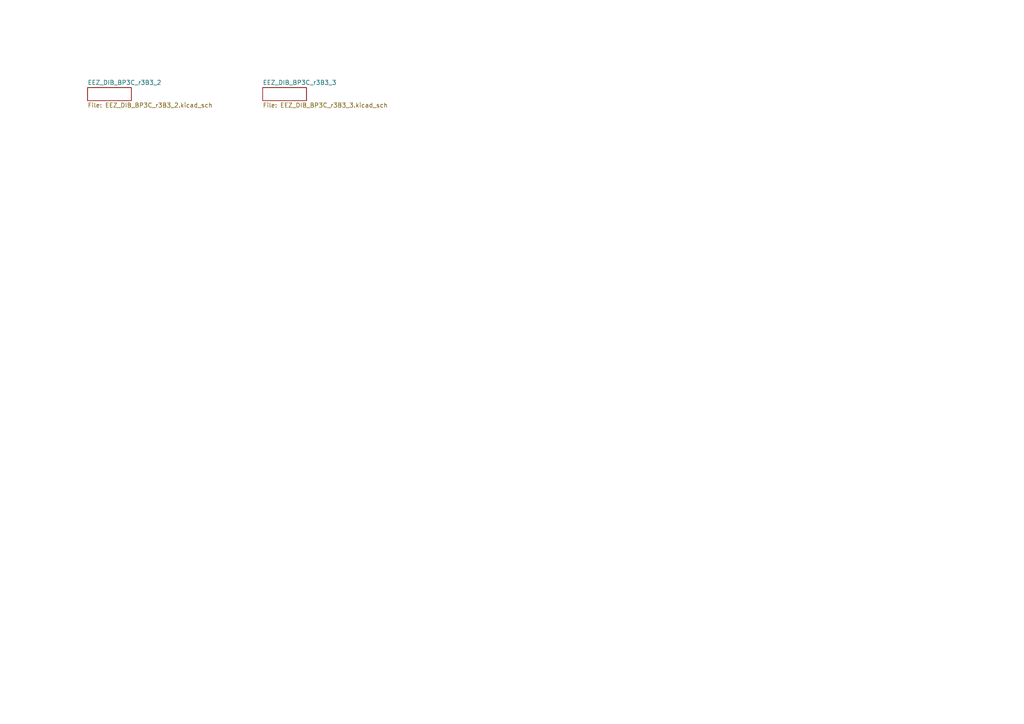
<source format=kicad_sch>
(kicad_sch (version 20211123) (generator eeschema)
  (paper "A4")
  (lib_symbols)
  (sheet (at 25.4 25.4) (size 12.7 3.81)
    (property "Sheet name" "EEZ_DIB_BP3C_r3B3_2" (at 25.4 24.6884 0) (effects (justify left bottom)))
    (property "Sheet file" "EEZ_DIB_BP3C_r3B3_2.kicad_sch" (at 25.4 29.7946 0) (effects (justify left top)))
  )
  (sheet (at 76.2 25.4) (size 12.7 3.81)
    (property "Sheet name" "EEZ_DIB_BP3C_r3B3_3" (at 76.2 24.6884 0) (effects (justify left bottom)))
    (property "Sheet file" "EEZ_DIB_BP3C_r3B3_3.kicad_sch" (at 76.2 29.7946 0) (effects (justify left top)))
  )
)
</source>
